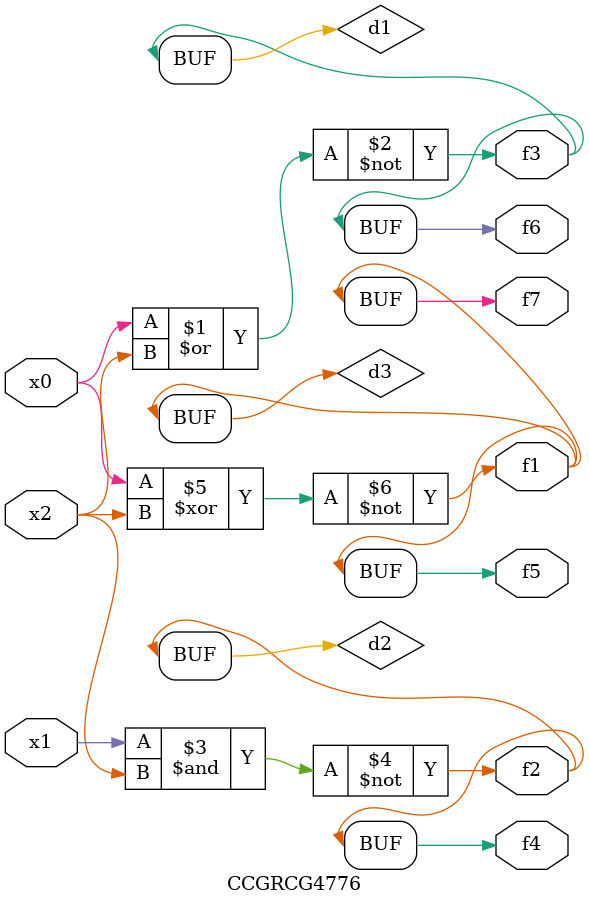
<source format=v>
module CCGRCG4776(
	input x0, x1, x2,
	output f1, f2, f3, f4, f5, f6, f7
);

	wire d1, d2, d3;

	nor (d1, x0, x2);
	nand (d2, x1, x2);
	xnor (d3, x0, x2);
	assign f1 = d3;
	assign f2 = d2;
	assign f3 = d1;
	assign f4 = d2;
	assign f5 = d3;
	assign f6 = d1;
	assign f7 = d3;
endmodule

</source>
